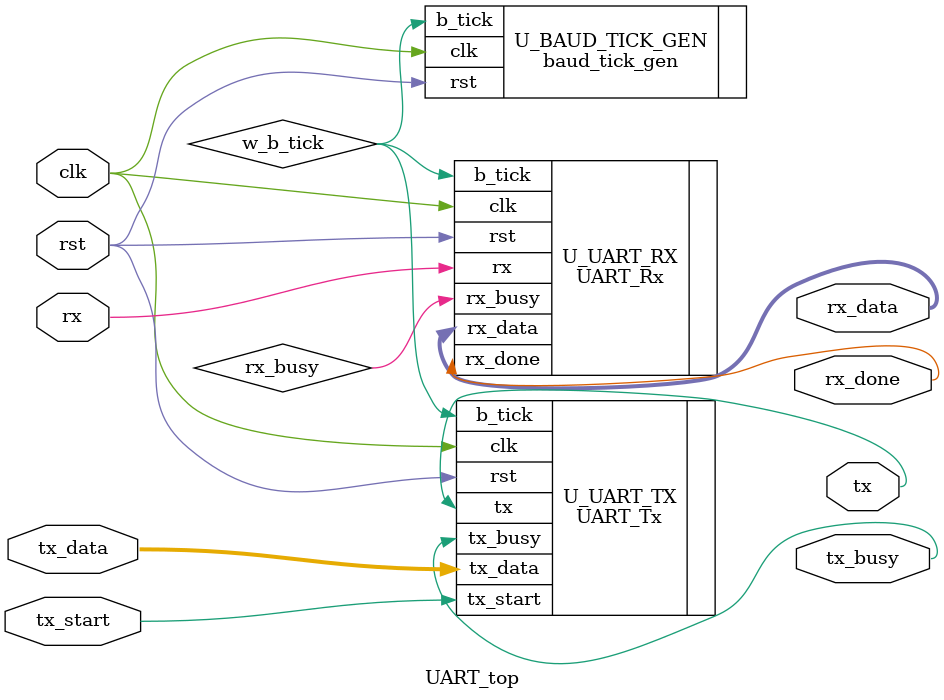
<source format=v>
`timescale 1ns / 1ps
module UART_top (
    input clk,
    input rst,
    input tx_start,
    input [7:0] tx_data,
    input rx,
    output tx_busy,
    output tx,
    output [7:0] rx_data,
    // output rx_busy,
    output rx_done
);
    wire w_b_tick;

    baud_tick_gen U_BAUD_TICK_GEN(
        .clk(clk),
        .rst(rst),
        .b_tick(w_b_tick)
    );

    UART_Tx U_UART_TX(
        .clk(clk),
        .rst(rst),
        .tx_start(tx_start),
        .b_tick(w_b_tick),
        .tx_data(tx_data),
        
        .tx_busy(tx_busy),
        .tx(tx)
    );


    UART_Rx U_UART_RX(
        .clk(clk),
        .rst(rst),
        .b_tick(w_b_tick),
        .rx(rx),

        .rx_data(rx_data),
        .rx_busy(rx_busy),
        .rx_done(rx_done)
    );
endmodule

</source>
